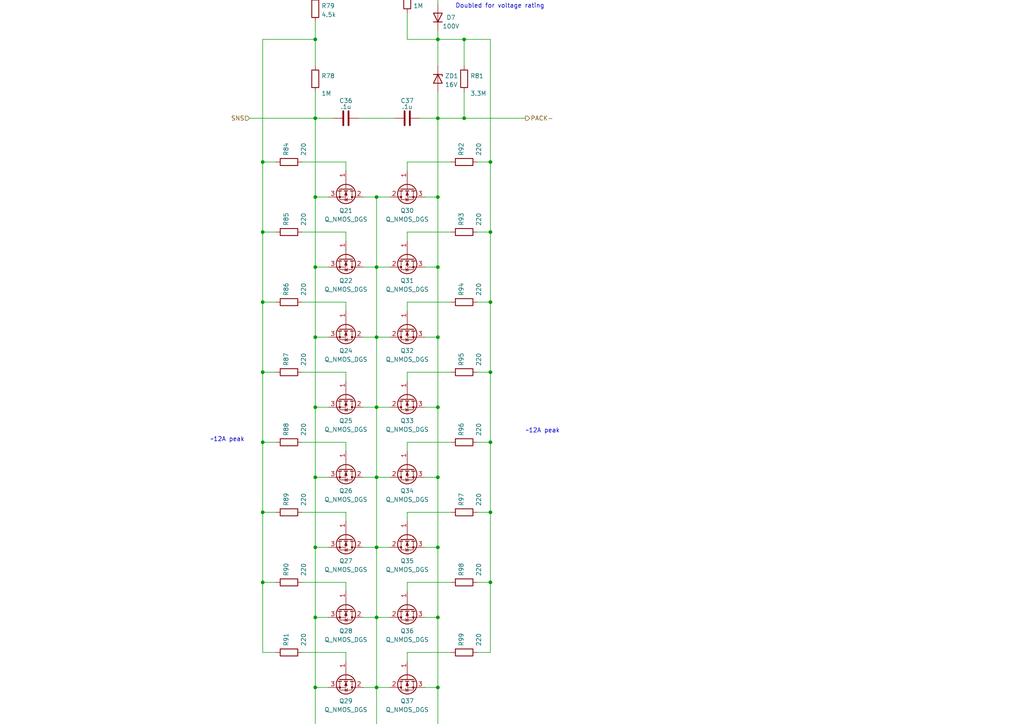
<source format=kicad_sch>
(kicad_sch (version 20211123) (generator eeschema)
  (paper "A4")
  (title_block (title "High Side Fets") (date "2022-10-30") (rev "Rev 0") (company "QTech BMS Dept"))
  (lib_symbols
    (symbol "Device:C" (pin_numbers hide) (pin_names (offset 0.254))
      (property "Reference" "C" (at 0.635 2.54 0))
      (property "Value" "C" (at 0.635 -2.54 0))
      (symbol "C_0_1"
        (polyline (pts (xy -2.032 -0.762) (xy 2.032 -0.762)) (stroke (width 0.508)))
        (polyline (pts (xy -2.032 0.762) (xy 2.032 0.762)) (stroke (width 0.508)))
      )
      (symbol "C_1_1"
        (pin passive line (at 0 3.81 270) (length 2.794) (name "~") (number "1"))
        (pin passive line (at 0 -3.81 90) (length 2.794) (name "~") (number "2"))
      )
    )
    (symbol "Device:D" (pin_numbers hide) (pin_names (offset 1.016) hide)
      (property "Reference" "D" (at 0 2.54 0))
      (property "Value" "D" (at 0 -2.54 0))
      (symbol "D_0_1"
        (polyline (pts (xy -1.27 1.27) (xy -1.27 -1.27)) (stroke (width 0.254)))
        (polyline (pts (xy 1.27 0) (xy -1.27 0)))
        (polyline (pts (xy 1.27 1.27) (xy 1.27 -1.27) (xy -1.27 0) (xy 1.27 1.27)) (stroke (width 0.254)))
      )
      (symbol "D_1_1"
        (pin passive line (at -3.81 0 0) (length 2.54) (name "K") (number "1"))
        (pin passive line (at 3.81 0 180) (length 2.54) (name "A") (number "2"))
      )
    )
    (symbol "Device:D_Zener" (pin_numbers hide) (pin_names (offset 1.016) hide)
      (property "Reference" "D" (at 0 2.54 0))
      (property "Value" "D_Zener" (at 0 -2.54 0))
      (symbol "D_Zener_0_1"
        (polyline (pts (xy 1.27 0) (xy -1.27 0)))
        (polyline (pts (xy -1.27 -1.27) (xy -1.27 1.27) (xy -0.762 1.27)) (stroke (width 0.254)))
        (polyline (pts (xy 1.27 -1.27) (xy 1.27 1.27) (xy -1.27 0) (xy 1.27 -1.27)) (stroke (width 0.254)))
      )
      (symbol "D_Zener_1_1"
        (pin passive line (at -3.81 0 0) (length 2.54) (name "K") (number "1"))
        (pin passive line (at 3.81 0 180) (length 2.54) (name "A") (number "2"))
      )
    )
    (symbol "Device:Q_NMOS_GDS" (pin_names (offset 0) hide)
      (property "Reference" "Q" (at 5.08 1.27 0))
      (property "Value" "Q_NMOS_GDS" (at 5.08 -1.27 0))
      (symbol "Q_NMOS_GDS_0_1"
        (polyline (pts (xy 0.254 0) (xy -2.54 0)))
        (polyline (pts (xy 0.254 1.905) (xy 0.254 -1.905)) (stroke (width 0.254)))
        (polyline (pts (xy 0.762 -1.27) (xy 0.762 -2.286)) (stroke (width 0.254)))
        (polyline (pts (xy 0.762 0.508) (xy 0.762 -0.508)) (stroke (width 0.254)))
        (polyline (pts (xy 0.762 2.286) (xy 0.762 1.27)) (stroke (width 0.254)))
        (polyline (pts (xy 2.54 2.54) (xy 2.54 1.778)))
        (polyline (pts (xy 2.54 -2.54) (xy 2.54 0) (xy 0.762 0)))
        (polyline (pts (xy 0.762 -1.778) (xy 3.302 -1.778) (xy 3.302 1.778) (xy 0.762 1.778)))
        (polyline (pts (xy 1.016 0) (xy 2.032 0.381) (xy 2.032 -0.381) (xy 1.016 0)) (fill (type outline)))
        (polyline (pts (xy 2.794 0.508) (xy 2.921 0.381) (xy 3.683 0.381) (xy 3.81 0.254)))
        (polyline (pts (xy 3.302 0.381) (xy 2.921 -0.254) (xy 3.683 -0.254) (xy 3.302 0.381)))
        (circle (center 1.651 0) (radius 2.794) (stroke (width 0.254)))
        (circle (center 2.54 -1.778) (radius 0.254) (fill (type outline)))
        (circle (center 2.54 1.778) (radius 0.254) (fill (type outline)))
      )
      (symbol "Q_NMOS_GDS_1_1"
        (pin input line (at -5.08 0 0) (length 2.54) (name "G") (number "1"))
        (pin passive line (at 2.54 5.08 270) (length 2.54) (name "D") (number "2"))
        (pin passive line (at 2.54 -5.08 90) (length 2.54) (name "S") (number "3"))
      )
    )
    (symbol "Device:Q_PMOS_DGS" (pin_names (offset 0) hide)
      (property "Reference" "Q" (at 5.08 1.27 0))
      (property "Value" "Q_PMOS_DGS" (at 5.08 -1.27 0))
      (symbol "Q_PMOS_DGS_0_1"
        (polyline (pts (xy 0.254 0) (xy -2.54 0)))
        (polyline (pts (xy 0.254 1.905) (xy 0.254 -1.905)) (stroke (width 0.254)))
        (polyline (pts (xy 0.762 -1.27) (xy 0.762 -2.286)) (stroke (width 0.254)))
        (polyline (pts (xy 0.762 0.508) (xy 0.762 -0.508)) (stroke (width 0.254)))
        (polyline (pts (xy 0.762 2.286) (xy 0.762 1.27)) (stroke (width 0.254)))
        (polyline (pts (xy 2.54 2.54) (xy 2.54 1.778)))
        (polyline (pts (xy 2.54 -2.54) (xy 2.54 0) (xy 0.762 0)))
        (polyline (pts (xy 0.762 1.778) (xy 3.302 1.778) (xy 3.302 -1.778) (xy 0.762 -1.778)))
        (polyline (pts (xy 2.286 0) (xy 1.27 0.381) (xy 1.27 -0.381) (xy 2.286 0)) (fill (type outline)))
        (polyline (pts (xy 2.794 -0.508) (xy 2.921 -0.381) (xy 3.683 -0.381) (xy 3.81 -0.254)))
        (polyline (pts (xy 3.302 -0.381) (xy 2.921 0.254) (xy 3.683 0.254) (xy 3.302 -0.381)))
        (circle (center 1.651 0) (radius 2.794) (stroke (width 0.254)))
        (circle (center 2.54 -1.778) (radius 0.254) (fill (type outline)))
        (circle (center 2.54 1.778) (radius 0.254) (fill (type outline)))
      )
      (symbol "Q_PMOS_DGS_1_1"
        (pin passive line (at 2.54 5.08 270) (length 2.54) (name "D") (number "1"))
        (pin input line (at -5.08 0 0) (length 2.54) (name "G") (number "2"))
        (pin passive line (at 2.54 -5.08 90) (length 2.54) (name "S") (number "3"))
      )
    )
    (symbol "Device:R" (pin_numbers hide) (pin_names (offset 0))
      (property "Reference" "R" (at 2.032 0 90))
      (property "Value" "R" (at 0 0 90))
      (symbol "R_0_1"
        (rectangle (start -1.016 -2.54) (end 1.016 2.54) (stroke (width 0.254)))
      )
      (symbol "R_1_1"
        (pin passive line (at 0 3.81 270) (length 1.27) (name "~") (number "1"))
        (pin passive line (at 0 -3.81 90) (length 1.27) (name "~") (number "2"))
      )
    )
  )
  (junction (at 76.2 87.63))
  (junction (at 91.44 179.07))
  (junction (at 91.44 199.39))
  (junction (at 109.22 213.36))
  (junction (at 109.22 77.47))
  (junction (at 142.24 107.95))
  (junction (at 76.2 107.95))
  (junction (at 109.22 179.07))
  (junction (at 142.24 87.63))
  (junction (at 142.24 168.91))
  (junction (at 91.44 11.43))
  (junction (at 127 11.43))
  (junction (at 109.22 97.79))
  (junction (at 91.44 158.75))
  (junction (at 142.24 148.59))
  (junction (at 127 34.29))
  (junction (at 91.44 57.15))
  (junction (at 76.2 168.91))
  (junction (at 134.62 11.43))
  (junction (at 91.44 118.11))
  (junction (at 76.2 67.31))
  (junction (at 134.62 34.29))
  (junction (at 76.2 148.59))
  (junction (at 127 179.07))
  (junction (at 127 57.15))
  (junction (at 109.22 118.11))
  (junction (at 76.2 128.27))
  (junction (at 118.11 -11.43))
  (junction (at 127 97.79))
  (junction (at 91.44 97.79))
  (junction (at 91.44 77.47))
  (junction (at 76.2 46.99))
  (junction (at 109.22 138.43))
  (junction (at 142.24 128.27))
  (junction (at 109.22 57.15))
  (junction (at 127 138.43))
  (junction (at 109.22 199.39))
  (junction (at 91.44 34.29))
  (junction (at 91.44 138.43))
  (junction (at 127 158.75))
  (junction (at 142.24 67.31))
  (junction (at 142.24 46.99))
  (junction (at 127 118.11))
  (junction (at 127 199.39))
  (junction (at 109.22 158.75))
  (junction (at 127 77.47))
  (wire (pts (xy 91.44 179.07) (xy 95.25 179.07)))
  (wire (pts (xy 100.33 130.81) (xy 100.33 128.27)))
  (wire (pts (xy 109.22 97.79) (xy 113.03 97.79)))
  (wire (pts (xy 109.22 138.43) (xy 113.03 138.43)))
  (wire (pts (xy 76.2 128.27) (xy 80.01 128.27)))
  (wire (pts (xy 76.2 148.59) (xy 80.01 148.59)))
  (wire (pts (xy 127 97.79) (xy 127 118.11)))
  (wire (pts (xy 100.33 107.95) (xy 87.63 107.95)))
  (wire (pts (xy 118.11 168.91) (xy 118.11 171.45)))
  (wire (pts (xy 76.2 46.99) (xy 76.2 67.31)))
  (wire (pts (xy 138.43 168.91) (xy 142.24 168.91)))
  (wire (pts (xy 76.2 87.63) (xy 80.01 87.63)))
  (wire (pts (xy 105.41 199.39) (xy 109.22 199.39)))
  (wire (pts (xy 91.44 -5.08) (xy 91.44 -1.27)))
  (wire (pts (xy 118.11 -30.48) (xy 118.11 -26.67)))
  (wire (pts (xy 142.24 67.31) (xy 142.24 87.63)))
  (wire (pts (xy 96.52 213.36) (xy 91.44 213.36)))
  (wire (pts (xy 91.44 97.79) (xy 95.25 97.79)))
  (wire (pts (xy 127 213.36) (xy 121.92 213.36)))
  (wire (pts (xy 76.2 168.91) (xy 76.2 148.59)))
  (wire (pts (xy 76.2 189.23) (xy 80.01 189.23)))
  (wire (pts (xy 100.33 189.23) (xy 87.63 189.23)))
  (wire (pts (xy 105.41 57.15) (xy 109.22 57.15)))
  (wire (pts (xy 104.14 34.29) (xy 114.3 34.29)))
  (wire (pts (xy 123.19 199.39) (xy 127 199.39)))
  (wire (pts (xy 91.44 179.07) (xy 91.44 199.39)))
  (wire (pts (xy 134.62 26.67) (xy 134.62 34.29)))
  (wire (pts (xy 105.41 97.79) (xy 109.22 97.79)))
  (wire (pts (xy 109.22 158.75) (xy 109.22 179.07)))
  (wire (pts (xy 142.24 46.99) (xy 142.24 67.31)))
  (wire (pts (xy 105.41 77.47) (xy 109.22 77.47)))
  (wire (pts (xy 127 11.43) (xy 127 19.05)))
  (wire (pts (xy 123.19 57.15) (xy 127 57.15)))
  (wire (pts (xy 109.22 77.47) (xy 109.22 97.79)))
  (wire (pts (xy 118.11 67.31) (xy 118.11 69.85)))
  (wire (pts (xy 109.22 77.47) (xy 113.03 77.47)))
  (wire (pts (xy 118.11 -16.51) (xy 118.11 -11.43)))
  (wire (pts (xy 91.44 26.67) (xy 91.44 34.29)))
  (wire (pts (xy 138.43 128.27) (xy 142.24 128.27)))
  (wire (pts (xy 106.68 -21.59) (xy 110.49 -21.59)))
  (wire (pts (xy 109.22 199.39) (xy 113.03 199.39)))
  (wire (pts (xy 109.22 179.07) (xy 113.03 179.07)))
  (wire (pts (xy 134.62 34.29) (xy 152.4 34.29)))
  (wire (pts (xy 118.11 11.43) (xy 127 11.43)))
  (wire (pts (xy 118.11 46.99) (xy 118.11 49.53)))
  (wire (pts (xy 100.33 148.59) (xy 87.63 148.59)))
  (wire (pts (xy 91.44 158.75) (xy 91.44 179.07)))
  (wire (pts (xy 105.41 179.07) (xy 109.22 179.07)))
  (wire (pts (xy 127 34.29) (xy 134.62 34.29)))
  (wire (pts (xy 109.22 118.11) (xy 109.22 138.43)))
  (wire (pts (xy 138.43 107.95) (xy 142.24 107.95)))
  (wire (pts (xy 118.11 168.91) (xy 130.81 168.91)))
  (wire (pts (xy 127 118.11) (xy 127 138.43)))
  (wire (pts (xy 127 -11.43) (xy 127 -8.89)))
  (wire (pts (xy 76.2 168.91) (xy 80.01 168.91)))
  (wire (pts (xy 91.44 57.15) (xy 95.25 57.15)))
  (wire (pts (xy 100.33 151.13) (xy 100.33 148.59)))
  (wire (pts (xy 118.11 -11.43) (xy 118.11 -3.81)))
  (wire (pts (xy 100.33 46.99) (xy 87.63 46.99)))
  (wire (pts (xy 134.62 11.43) (xy 134.62 19.05)))
  (wire (pts (xy 127 138.43) (xy 127 158.75)))
  (wire (pts (xy 76.2 107.95) (xy 76.2 128.27)))
  (wire (pts (xy 118.11 128.27) (xy 118.11 130.81)))
  (wire (pts (xy 138.43 46.99) (xy 142.24 46.99)))
  (wire (pts (xy 118.11 3.81) (xy 118.11 11.43)))
  (wire (pts (xy 76.2 128.27) (xy 76.2 148.59)))
  (wire (pts (xy 109.22 179.07) (xy 109.22 199.39)))
  (wire (pts (xy 91.44 199.39) (xy 95.25 199.39)))
  (wire (pts (xy 105.41 118.11) (xy 109.22 118.11)))
  (wire (pts (xy 76.2 46.99) (xy 80.01 46.99)))
  (wire (pts (xy 91.44 77.47) (xy 91.44 97.79)))
  (wire (pts (xy 127 26.67) (xy 127 34.29)))
  (wire (pts (xy 76.2 11.43) (xy 76.2 46.99)))
  (wire (pts (xy 76.2 189.23) (xy 76.2 168.91)))
  (wire (pts (xy 91.44 77.47) (xy 95.25 77.47)))
  (wire (pts (xy 109.22 213.36) (xy 104.14 213.36)))
  (wire (pts (xy 127 57.15) (xy 127 77.47)))
  (wire (pts (xy 100.33 110.49) (xy 100.33 107.95)))
  (wire (pts (xy 127 11.43) (xy 134.62 11.43)))
  (wire (pts (xy 91.44 158.75) (xy 95.25 158.75)))
  (wire (pts (xy 127 77.47) (xy 127 97.79)))
  (wire (pts (xy 100.33 49.53) (xy 100.33 46.99)))
  (wire (pts (xy 134.62 11.43) (xy 142.24 11.43)))
  (wire (pts (xy 127 34.29) (xy 127 57.15)))
  (wire (pts (xy 91.44 138.43) (xy 91.44 158.75)))
  (wire (pts (xy 142.24 128.27) (xy 142.24 107.95)))
  (wire (pts (xy 109.22 199.39) (xy 109.22 213.36)))
  (wire (pts (xy 76.2 67.31) (xy 76.2 87.63)))
  (wire (pts (xy 91.44 138.43) (xy 95.25 138.43)))
  (wire (pts (xy 109.22 118.11) (xy 113.03 118.11)))
  (wire (pts (xy 109.22 158.75) (xy 113.03 158.75)))
  (wire (pts (xy 123.19 158.75) (xy 127 158.75)))
  (wire (pts (xy 138.43 67.31) (xy 142.24 67.31)))
  (wire (pts (xy 105.41 158.75) (xy 109.22 158.75)))
  (wire (pts (xy 100.33 69.85) (xy 100.33 67.31)))
  (wire (pts (xy 76.2 107.95) (xy 76.2 87.63)))
  (wire (pts (xy 142.24 11.43) (xy 142.24 46.99)))
  (wire (pts (xy 142.24 189.23) (xy 142.24 168.91)))
  (wire (pts (xy 109.22 57.15) (xy 113.03 57.15)))
  (wire (pts (xy 142.24 128.27) (xy 142.24 148.59)))
  (wire (pts (xy 118.11 148.59) (xy 130.81 148.59)))
  (wire (pts (xy 123.19 118.11) (xy 127 118.11)))
  (wire (pts (xy 118.11 67.31) (xy 130.81 67.31)))
  (wire (pts (xy 118.11 87.63) (xy 130.81 87.63)))
  (wire (pts (xy 127 199.39) (xy 127 213.36)))
  (wire (pts (xy 76.2 11.43) (xy 91.44 11.43)))
  (wire (pts (xy 142.24 107.95) (xy 142.24 87.63)))
  (wire (pts (xy 118.11 107.95) (xy 130.81 107.95)))
  (wire (pts (xy 123.19 138.43) (xy 127 138.43)))
  (wire (pts (xy 121.92 34.29) (xy 127 34.29)))
  (wire (pts (xy 91.44 199.39) (xy 91.44 213.36)))
  (wire (pts (xy 118.11 -11.43) (xy 127 -11.43)))
  (wire (pts (xy 100.33 168.91) (xy 87.63 168.91)))
  (wire (pts (xy 142.24 148.59) (xy 138.43 148.59)))
  (wire (pts (xy 109.22 97.79) (xy 109.22 118.11)))
  (wire (pts (xy 118.11 128.27) (xy 130.81 128.27)))
  (wire (pts (xy 138.43 189.23) (xy 142.24 189.23)))
  (wire (pts (xy 91.44 118.11) (xy 95.25 118.11)))
  (wire (pts (xy 100.33 87.63) (xy 100.33 90.17)))
  (wire (pts (xy 76.2 67.31) (xy 80.01 67.31)))
  (wire (pts (xy 109.22 57.15) (xy 109.22 77.47)))
  (wire (pts (xy 91.44 19.05) (xy 91.44 11.43)))
  (wire (pts (xy 123.19 77.47) (xy 127 77.47)))
  (wire (pts (xy 91.44 6.35) (xy 91.44 11.43)))
  (wire (pts (xy 72.39 34.29) (xy 91.44 34.29)))
  (wire (pts (xy 91.44 57.15) (xy 91.44 77.47)))
  (wire (pts (xy 118.11 189.23) (xy 118.11 191.77)))
  (wire (pts (xy 127 8.89) (xy 127 11.43)))
  (wire (pts (xy 127 179.07) (xy 127 199.39)))
  (wire (pts (xy 138.43 87.63) (xy 142.24 87.63)))
  (wire (pts (xy 118.11 46.99) (xy 130.81 46.99)))
  (wire (pts (xy 118.11 107.95) (xy 118.11 110.49)))
  (wire (pts (xy 100.33 191.77) (xy 100.33 189.23)))
  (wire (pts (xy 91.44 97.79) (xy 91.44 118.11)))
  (wire (pts (xy 76.2 107.95) (xy 80.01 107.95)))
  (wire (pts (xy 105.41 138.43) (xy 109.22 138.43)))
  (wire (pts (xy 114.3 213.36) (xy 109.22 213.36)))
  (wire (pts (xy 91.44 34.29) (xy 96.52 34.29)))
  (wire (pts (xy 118.11 87.63) (xy 118.11 90.17)))
  (wire (pts (xy 118.11 148.59) (xy 118.11 151.13)))
  (wire (pts (xy 127 -1.27) (xy 127 1.27)))
  (wire (pts (xy 91.44 118.11) (xy 91.44 138.43)))
  (wire (pts (xy 91.44 34.29) (xy 91.44 57.15)))
  (wire (pts (xy 100.33 67.31) (xy 87.63 67.31)))
  (wire (pts (xy 109.22 138.43) (xy 109.22 158.75)))
  (wire (pts (xy 100.33 171.45) (xy 100.33 168.91)))
  (wire (pts (xy 100.33 87.63) (xy 87.63 87.63)))
  (wire (pts (xy 123.19 179.07) (xy 127 179.07)))
  (wire (pts (xy 123.19 97.79) (xy 127 97.79)))
  (wire (pts (xy 100.33 128.27) (xy 87.63 128.27)))
  (wire (pts (xy 127 158.75) (xy 127 179.07)))
  (wire (pts (xy 142.24 168.91) (xy 142.24 148.59)))
  (wire (pts (xy 118.11 189.23) (xy 130.81 189.23)))
  (text "~22A peak" (at 106.68 217.17 0) (effects (font (size 1.27 1.27)) (justify left bottom)))
  (text "Doubled for voltage rating" (at 132.08 2.54 0) (effects (font (size 1.27 1.27)) (justify left bottom)))
  (text "~12A peak" (at 152.4 125.73 0) (effects (font (size 1.27 1.27)) (justify left bottom)))
  (text "~12A peak" (at 60.96 128.27 0) (effects (font (size 1.27 1.27)) (justify left bottom)))
  (hierarchical_label "PACK-" (shape output) (at 152.4 34.29 0))
  (hierarchical_label "SNS" (shape input) (at 72.39 34.29 180))
  (hierarchical_label "CHG" (shape input) (at 118.11 -30.48 90))
  (hierarchical_label "DSG" (shape input) (at 91.44 -5.08 90))
  (hierarchical_label "GND" (shape input) (at 106.68 -21.59 180))
  (symbol (lib_id "Device:D_Zener") (at 127 22.86 270) (unit 1)
    (property "Reference" "ZD1" (at 129.032 22.0253 90) (effects (justify left)))
    (property "Value" "16V" (at 129.032 24.5622 90) (effects (justify left)))
    (property "Footprint" "Diode_SMD:D_SOD-323" (effects hide))
    (property "Src_Page" "Figure 10-5" (effects hide))
  )
  (symbol (lib_id "Device:Q_PMOS_DGS") (at 115.57 -21.59 0) (mirror x) (unit 1)
    (property "Reference" "Q23" (at 120.777 -22.4247 0) (effects (justify left)))
    (property "Value" "Q_PMOS_DGS" (at 120.777 -19.8878 0) (effects (justify left)))
    (property "Footprint" "Package_TO_SOT_SMD:SOT-23" (effects hide))
    (property "Src_Page" "Figure 10-5" (effects hide))
  )
  (symbol (lib_id "Device:R") (at 83.82 67.31 90) (unit 1)
    (property "Reference" "R85" (at 82.9853 65.532 0) (effects (justify left)))
    (property "Value" "220" (at 88.0622 65.532 0) (effects (justify left)))
    (property "Footprint" "Resistor_SMD:R_0603_1608Metric" (effects hide))
    (property "Src_Value" "R_gs_dsg" (effects hide))
    (property "Src_Page" "Table 10-1" (effects hide))
  )
  (symbol (lib_id "Device:R") (at 134.62 148.59 90) (unit 1)
    (property "Reference" "R97" (at 133.7853 146.812 0) (effects (justify left)))
    (property "Value" "220" (at 138.8622 146.812 0) (effects (justify left)))
    (property "Footprint" "Resistor_SMD:R_0603_1608Metric" (effects hide))
    (property "Src_Value" "R_gs_dsg" (effects hide))
    (property "Src_Page" "Table 10-1" (effects hide))
  )
  (symbol (lib_id "Device:R") (at 134.62 46.99 90) (unit 1)
    (property "Reference" "R92" (at 133.7853 45.212 0) (effects (justify left)))
    (property "Value" "220" (at 138.8622 45.212 0) (effects (justify left)))
    (property "Footprint" "Resistor_SMD:R_0603_1608Metric" (effects hide))
    (property "Src_Value" "R_gs_dsg" (effects hide))
    (property "Src_Page" "Table 10-1" (effects hide))
  )
  (symbol (lib_id "Device:Q_NMOS_GDS") (at 118.11 74.93 90) (mirror x) (unit 1)
    (property "Reference" "Q31" (at 118.11 81.4054 90))
    (property "Value" "Q_NMOS_DGS" (at 118.11 83.9423 90))
    (property "Footprint" "Package_TO_SOT_SMD:TO-252-2" (effects hide))
    (property "Src_Value" "dsg_fet" (effects hide))
    (property "Spice_Primitive" "M" (effects hide))
    (property "Spice_Model" "Q_NMOS_DGS" (effects hide))
    (property "Spice_Netlist_Enabled" "Y" (effects hide))
  )
  (symbol (lib_id "Device:C") (at 100.33 34.29 90) (unit 1)
    (property "Reference" "C36" (at 100.33 29.21 90))
    (property "Value" ".1u" (at 100.33 30.9681 90))
    (property "Footprint" "Capacitor_SMD:C_0603_1608Metric" (effects hide))
  )
  (symbol (lib_id "Device:C") (at 118.11 34.29 90) (unit 1)
    (property "Reference" "C37" (at 118.11 29.21 90))
    (property "Value" ".1u" (at 118.11 30.9681 90))
    (property "Footprint" "Capacitor_SMD:C_0603_1608Metric" (effects hide))
  )
  (symbol (lib_id "Device:Q_NMOS_GDS") (at 100.33 95.25 270) (unit 1)
    (property "Reference" "Q24" (at 100.33 101.7254 90))
    (property "Value" "Q_NMOS_DGS" (at 100.33 104.2623 90))
    (property "Footprint" "Package_TO_SOT_SMD:TO-252-2" (effects hide))
    (property "Src_Value" "dsg_fet" (effects hide))
    (property "Spice_Primitive" "M" (effects hide))
    (property "Spice_Model" "Q_NMOS_DGS" (effects hide))
    (property "Spice_Netlist_Enabled" "Y" (effects hide))
  )
  (symbol (lib_id "Device:R") (at 134.62 87.63 90) (unit 1)
    (property "Reference" "R94" (at 133.7853 85.852 0) (effects (justify left)))
    (property "Value" "220" (at 138.8622 85.852 0) (effects (justify left)))
    (property "Footprint" "Resistor_SMD:R_0603_1608Metric" (effects hide))
    (property "Src_Value" "R_gs_dsg" (effects hide))
    (property "Src_Page" "Table 10-1" (effects hide))
  )
  (symbol (lib_id "Device:Q_NMOS_GDS") (at 118.11 95.25 90) (mirror x) (unit 1)
    (property "Reference" "Q32" (at 118.11 101.7254 90))
    (property "Value" "Q_NMOS_DGS" (at 118.11 104.2623 90))
    (property "Footprint" "Package_TO_SOT_SMD:TO-252-2" (effects hide))
    (property "Src_Value" "dsg_fet" (effects hide))
    (property "Spice_Primitive" "M" (effects hide))
    (property "Spice_Model" "Q_NMOS_DGS" (effects hide))
    (property "Spice_Netlist_Enabled" "Y" (effects hide))
  )
  (symbol (lib_id "Device:R") (at 134.62 67.31 90) (unit 1)
    (property "Reference" "R93" (at 133.7853 65.532 0) (effects (justify left)))
    (property "Value" "220" (at 138.8622 65.532 0) (effects (justify left)))
    (property "Footprint" "Resistor_SMD:R_0603_1608Metric" (effects hide))
    (property "Src_Value" "R_gs_dsg" (effects hide))
    (property "Src_Page" "Table 10-1" (effects hide))
  )
  (symbol (lib_id "Device:R") (at 83.82 46.99 90) (unit 1)
    (property "Reference" "R84" (at 82.9853 45.212 0) (effects (justify left)))
    (property "Value" "220" (at 88.0622 45.212 0) (effects (justify left)))
    (property "Footprint" "Resistor_SMD:R_0603_1608Metric" (effects hide))
    (property "Src_Value" "R_gs_dsg" (effects hide))
    (property "Src_Page" "Table 10-1" (effects hide))
  )
  (symbol (lib_id "Device:D") (at 118.11 213.36 0) (unit 1)
    (property "Reference" "D5" (at 114.3 210.82 0))
    (property "Value" "D" (at 118.11 210.9271 0))
    (property "Footprint" "Diode_SMD:D_SMC" (effects hide))
  )
  (symbol (lib_id "Device:D") (at 127 5.08 90) (unit 1)
    (property "Reference" "D7" (at 130.81 5.08 90))
    (property "Value" "100V" (at 130.81 7.62 90))
    (property "Footprint" "Diode_SMD:D_SOD-123" (effects hide))
    (property "Src_Page" "Figure 10-5" (effects hide))
  )
  (symbol (lib_id "Device:R") (at 83.82 107.95 90) (unit 1)
    (property "Reference" "R87" (at 82.9853 106.172 0) (effects (justify left)))
    (property "Value" "220" (at 88.0622 106.172 0) (effects (justify left)))
    (property "Footprint" "Resistor_SMD:R_0603_1608Metric" (effects hide))
    (property "Src_Value" "R_gs_dsg" (effects hide))
    (property "Src_Page" "Table 10-1" (effects hide))
  )
  (symbol (lib_id "Device:R") (at 83.82 168.91 90) (unit 1)
    (property "Reference" "R90" (at 82.9853 167.132 0) (effects (justify left)))
    (property "Value" "220" (at 88.0622 167.132 0) (effects (justify left)))
    (property "Footprint" "Resistor_SMD:R_0603_1608Metric" (effects hide))
    (property "Src_Value" "R_gs_dsg" (effects hide))
    (property "Src_Page" "Table 10-1" (effects hide))
  )
  (symbol (lib_id "Device:Q_NMOS_GDS") (at 100.33 135.89 270) (unit 1)
    (property "Reference" "Q26" (at 100.33 142.3654 90))
    (property "Value" "Q_NMOS_DGS" (at 100.33 144.9023 90))
    (property "Footprint" "Package_TO_SOT_SMD:TO-252-2" (effects hide))
    (property "Src_Value" "dsg_fet" (effects hide))
    (property "Spice_Primitive" "M" (effects hide))
    (property "Spice_Model" "Q_NMOS_DGS" (effects hide))
    (property "Spice_Netlist_Enabled" "Y" (effects hide))
  )
  (symbol (lib_id "Device:Q_NMOS_GDS") (at 100.33 156.21 270) (unit 1)
    (property "Reference" "Q27" (at 100.33 162.6854 90))
    (property "Value" "Q_NMOS_DGS" (at 100.33 165.2223 90))
    (property "Footprint" "Package_TO_SOT_SMD:TO-252-2" (effects hide))
    (property "Src_Value" "dsg_fet" (effects hide))
    (property "Spice_Primitive" "M" (effects hide))
    (property "Spice_Model" "Q_NMOS_DGS" (effects hide))
    (property "Spice_Netlist_Enabled" "Y" (effects hide))
  )
  (symbol (lib_id "Device:Q_NMOS_GDS") (at 118.11 196.85 90) (mirror x) (unit 1)
    (property "Reference" "Q37" (at 118.11 203.3254 90))
    (property "Value" "Q_NMOS_DGS" (at 118.11 205.8623 90))
    (property "Footprint" "Package_TO_SOT_SMD:TO-252-2" (effects hide))
    (property "Src_Value" "dsg_fet" (effects hide))
    (property "Spice_Primitive" "M" (effects hide))
    (property "Spice_Model" "Q_NMOS_DGS" (effects hide))
    (property "Spice_Netlist_Enabled" "Y" (effects hide))
  )
  (symbol (lib_id "Device:R") (at 91.44 22.86 0) (unit 1)
    (property "Reference" "R78" (at 93.218 22.0253 0) (effects (justify left)))
    (property "Value" "1M" (at 93.218 27.1022 0) (effects (justify left)))
    (property "Footprint" "Resistor_SMD:R_0603_1608Metric" (effects hide))
    (property "Src_Value" "R_gs_dsg" (effects hide))
    (property "Src_Page" "Table 10-1" (effects hide))
  )
  (symbol (lib_id "Device:Q_NMOS_GDS") (at 100.33 115.57 270) (unit 1)
    (property "Reference" "Q25" (at 100.33 122.0454 90))
    (property "Value" "Q_NMOS_DGS" (at 100.33 124.5823 90))
    (property "Footprint" "Package_TO_SOT_SMD:TO-252-2" (effects hide))
    (property "Src_Value" "dsg_fet" (effects hide))
    (property "Spice_Primitive" "M" (effects hide))
    (property "Spice_Model" "Q_NMOS_DGS" (effects hide))
    (property "Spice_Netlist_Enabled" "Y" (effects hide))
  )
  (symbol (lib_id "Device:R") (at 83.82 189.23 90) (unit 1)
    (property "Reference" "R91" (at 82.9853 187.452 0) (effects (justify left)))
    (property "Value" "220" (at 88.0622 187.452 0) (effects (justify left)))
    (property "Footprint" "Resistor_SMD:R_0603_1608Metric" (effects hide))
    (property "Src_Value" "R_gs_dsg" (effects hide))
    (property "Src_Page" "Table 10-1" (effects hide))
  )
  (symbol (lib_id "Device:R") (at 118.11 0 0) (unit 1)
    (property "Reference" "R80" (at 119.888 -0.8347 0) (effects (justify left)))
    (property "Value" "1M" (at 119.888 1.7022 0) (effects (justify left)))
    (property "Footprint" "Resistor_SMD:R_0603_1608Metric" (effects hide))
    (property "Src_Value" "R_chg" (effects hide))
    (property "Src_Page" "Table 10-1" (effects hide))
  )
  (symbol (lib_id "Device:Q_NMOS_GDS") (at 100.33 176.53 270) (unit 1)
    (property "Reference" "Q28" (at 100.33 183.0054 90))
    (property "Value" "Q_NMOS_DGS" (at 100.33 185.5423 90))
    (property "Footprint" "Package_TO_SOT_SMD:TO-252-2" (effects hide))
    (property "Src_Value" "dsg_fet" (effects hide))
    (property "Spice_Primitive" "M" (effects hide))
    (property "Spice_Model" "Q_NMOS_DGS" (effects hide))
    (property "Spice_Netlist_Enabled" "Y" (effects hide))
  )
  (symbol (lib_id "Device:Q_NMOS_GDS") (at 100.33 54.61 270) (unit 1)
    (property "Reference" "Q21" (at 100.33 61.0854 90))
    (property "Value" "Q_NMOS_DGS" (at 100.33 63.6223 90))
    (property "Footprint" "Package_TO_SOT_SMD:TO-252-2" (effects hide))
    (property "Src_Value" "dsg_fet" (effects hide))
    (property "Spice_Primitive" "M" (effects hide))
    (property "Spice_Model" "Q_NMOS_DGS" (effects hide))
    (property "Spice_Netlist_Enabled" "Y" (effects hide))
  )
  (symbol (lib_id "Device:Q_NMOS_GDS") (at 118.11 176.53 90) (mirror x) (unit 1)
    (property "Reference" "Q36" (at 118.11 183.0054 90))
    (property "Value" "Q_NMOS_DGS" (at 118.11 185.5423 90))
    (property "Footprint" "Package_TO_SOT_SMD:TO-252-2" (effects hide))
    (property "Src_Value" "dsg_fet" (effects hide))
    (property "Spice_Primitive" "M" (effects hide))
    (property "Spice_Model" "Q_NMOS_DGS" (effects hide))
    (property "Spice_Netlist_Enabled" "Y" (effects hide))
  )
  (symbol (lib_id "Device:Q_NMOS_GDS") (at 100.33 196.85 270) (unit 1)
    (property "Reference" "Q29" (at 100.33 203.3254 90))
    (property "Value" "Q_NMOS_DGS" (at 100.33 205.8623 90))
    (property "Footprint" "Package_TO_SOT_SMD:TO-252-2" (effects hide))
    (property "Src_Value" "dsg_fet" (effects hide))
    (property "Spice_Primitive" "M" (effects hide))
    (property "Spice_Model" "Q_NMOS_DGS" (effects hide))
    (property "Spice_Netlist_Enabled" "Y" (effects hide))
  )
  (symbol (lib_id "Device:R") (at 134.62 128.27 90) (unit 1)
    (property "Reference" "R96" (at 133.7853 126.492 0) (effects (justify left)))
    (property "Value" "220" (at 138.8622 126.492 0) (effects (justify left)))
    (property "Footprint" "Resistor_SMD:R_0603_1608Metric" (effects hide))
    (property "Src_Value" "R_gs_dsg" (effects hide))
    (property "Src_Page" "Table 10-1" (effects hide))
  )
  (symbol (lib_id "Device:R") (at 134.62 22.86 0) (unit 1)
    (property "Reference" "R81" (at 136.398 22.0253 0) (effects (justify left)))
    (property "Value" "3.3M" (at 136.398 27.1022 0) (effects (justify left)))
    (property "Footprint" "Resistor_SMD:R_0603_1608Metric" (effects hide))
    (property "Src_Value" "R_gs_chg" (effects hide))
    (property "Src_Page" "Table 10-1" (effects hide))
  )
  (symbol (lib_id "Device:R") (at 83.82 87.63 90) (unit 1)
    (property "Reference" "R86" (at 82.9853 85.852 0) (effects (justify left)))
    (property "Value" "220" (at 88.0622 85.852 0) (effects (justify left)))
    (property "Footprint" "Resistor_SMD:R_0603_1608Metric" (effects hide))
    (property "Src_Value" "R_gs_dsg" (effects hide))
    (property "Src_Page" "Table 10-1" (effects hide))
  )
  (symbol (lib_id "Device:Q_NMOS_GDS") (at 118.11 54.61 90) (mirror x) (unit 1)
    (property "Reference" "Q30" (at 118.11 61.0854 90))
    (property "Value" "Q_NMOS_DGS" (at 118.11 63.6223 90))
    (property "Footprint" "Package_TO_SOT_SMD:TO-252-2" (effects hide))
    (property "Src_Value" "dsg_fet" (effects hide))
    (property "Spice_Primitive" "M" (effects hide))
    (property "Spice_Model" "Q_NMOS_DGS" (effects hide))
    (property "Spice_Netlist_Enabled" "Y" (effects hide))
  )
  (symbol (lib_id "Device:R") (at 134.62 168.91 90) (unit 1)
    (property "Reference" "R98" (at 133.7853 167.132 0) (effects (justify left)))
    (property "Value" "220" (at 138.8622 167.132 0) (effects (justify left)))
    (property "Footprint" "Resistor_SMD:R_0603_1608Metric" (effects hide))
    (property "Src_Value" "R_gs_dsg" (effects hide))
    (property "Src_Page" "Table 10-1" (effects hide))
  )
  (symbol (lib_id "Device:Q_NMOS_GDS") (at 118.11 156.21 90) (mirror x) (unit 1)
    (property "Reference" "Q35" (at 118.11 162.6854 90))
    (property "Value" "Q_NMOS_DGS" (at 118.11 165.2223 90))
    (property "Footprint" "Package_TO_SOT_SMD:TO-252-2" (effects hide))
    (property "Src_Value" "dsg_fet" (effects hide))
    (property "Spice_Primitive" "M" (effects hide))
    (property "Spice_Model" "Q_NMOS_DGS" (effects hide))
    (property "Spice_Netlist_Enabled" "Y" (effects hide))
  )
  (symbol (lib_id "Device:D") (at 100.33 213.36 180) (unit 1)
    (property "Reference" "D4" (at 97.79 210.82 0))
    (property "Value" "D" (at 100.33 210.9271 0))
    (property "Footprint" "Diode_SMD:D_SMC" (effects hide))
  )
  (symbol (lib_id "Device:D") (at 127 -5.08 90) (unit 1)
    (property "Reference" "D22" (at 130.81 -5.08 90))
    (property "Value" "100V" (at 130.81 -2.54 90))
    (property "Footprint" "Diode_SMD:D_SOD-123" (effects hide))
    (property "Src_Page" "Figure 10-5" (effects hide))
  )
  (symbol (lib_id "Device:Q_NMOS_GDS") (at 118.11 115.57 90) (mirror x) (unit 1)
    (property "Reference" "Q33" (at 118.11 122.0454 90))
    (property "Value" "Q_NMOS_DGS" (at 118.11 124.5823 90))
    (property "Footprint" "Package_TO_SOT_SMD:TO-252-2" (effects hide))
    (property "Src_Value" "dsg_fet" (effects hide))
    (property "Spice_Primitive" "M" (effects hide))
    (property "Spice_Model" "Q_NMOS_DGS" (effects hide))
    (property "Spice_Netlist_Enabled" "Y" (effects hide))
  )
  (symbol (lib_id "Device:Q_NMOS_GDS") (at 118.11 135.89 90) (mirror x) (unit 1)
    (property "Reference" "Q34" (at 118.11 142.3654 90))
    (property "Value" "Q_NMOS_DGS" (at 118.11 144.9023 90))
    (property "Footprint" "Package_TO_SOT_SMD:TO-252-2" (effects hide))
    (property "Src_Value" "dsg_fet" (effects hide))
    (property "Spice_Primitive" "M" (effects hide))
    (property "Spice_Model" "Q_NMOS_DGS" (effects hide))
    (property "Spice_Netlist_Enabled" "Y" (effects hide))
  )
  (symbol (lib_id "Device:Q_NMOS_GDS") (at 100.33 74.93 270) (unit 1)
    (property "Reference" "Q22" (at 100.33 81.4054 90))
    (property "Value" "Q_NMOS_DGS" (at 100.33 83.9423 90))
    (property "Footprint" "Package_TO_SOT_SMD:TO-252-2" (effects hide))
    (property "Src_Value" "dsg_fet" (effects hide))
    (property "Spice_Primitive" "M" (effects hide))
    (property "Spice_Model" "Q_NMOS_DGS" (effects hide))
    (property "Spice_Netlist_Enabled" "Y" (effects hide))
  )
  (symbol (lib_id "Device:R") (at 91.44 2.54 0) (unit 1)
    (property "Reference" "R79" (at 93.218 1.7053 0) (effects (justify left)))
    (property "Value" "4.5k" (at 93.218 4.2422 0) (effects (justify left)))
    (property "Footprint" "Resistor_SMD:R_0603_1608Metric" (effects hide))
    (property "Src_Value" "R_dsg" (effects hide))
    (property "Src_Page" "Table 10-1" (effects hide))
  )
  (symbol (lib_id "Device:R") (at 83.82 148.59 90) (unit 1)
    (property "Reference" "R89" (at 82.9853 146.812 0) (effects (justify left)))
    (property "Value" "220" (at 88.0622 146.812 0) (effects (justify left)))
    (property "Footprint" "Resistor_SMD:R_0603_1608Metric" (effects hide))
    (property "Src_Value" "R_gs_dsg" (effects hide))
    (property "Src_Page" "Table 10-1" (effects hide))
  )
  (symbol (lib_id "Device:R") (at 134.62 107.95 90) (unit 1)
    (property "Reference" "R95" (at 133.7853 106.172 0) (effects (justify left)))
    (property "Value" "220" (at 138.8622 106.172 0) (effects (justify left)))
    (property "Footprint" "Resistor_SMD:R_0603_1608Metric" (effects hide))
    (property "Src_Value" "R_gs_dsg" (effects hide))
    (property "Src_Page" "Table 10-1" (effects hide))
  )
  (symbol (lib_id "Device:R") (at 134.62 189.23 90) (unit 1)
    (property "Reference" "R99" (at 133.7853 187.452 0) (effects (justify left)))
    (property "Value" "220" (at 138.8622 187.452 0) (effects (justify left)))
    (property "Footprint" "Resistor_SMD:R_0603_1608Metric" (effects hide))
    (property "Src_Value" "R_gs_dsg" (effects hide))
    (property "Src_Page" "Table 10-1" (effects hide))
  )
  (symbol (lib_id "Device:R") (at 83.82 128.27 90) (unit 1)
    (property "Reference" "R88" (at 82.9853 126.492 0) (effects (justify left)))
    (property "Value" "220" (at 88.0622 126.492 0) (effects (justify left)))
    (property "Footprint" "Resistor_SMD:R_0603_1608Metric" (effects hide))
    (property "Src_Value" "R_gs_dsg" (effects hide))
    (property "Src_Page" "Table 10-1" (effects hide))
  )
)
</source>
